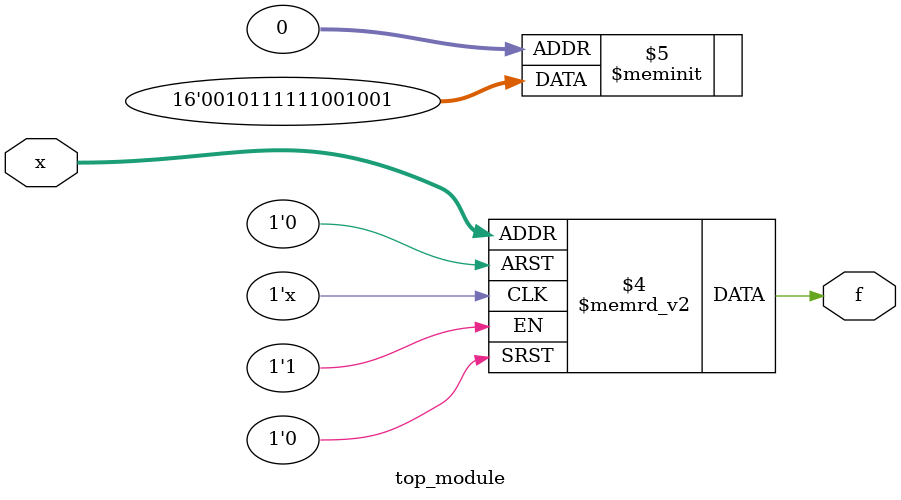
<source format=sv>
module top_module (
    input [4:1] x,
    output logic f
);

always_comb begin
    case ({x[4], x[3], x[2], x[1]})
        4'b0000: f = 1'b1; // don't care, so assign 1
        4'b0001: f = 1'b0;
        4'b0011: f = 1'b1;
        4'b0010: f = 1'b0; // don't care, so assign 0
        4'b0100: f = 1'b0;
        4'b0101: f = 1'b0; // don't care, so assign 0
        4'b0111: f = 1'b1;
        4'b0110: f = 1'b1;
        4'b1000: f = 1'b1;
        4'b1001: f = 1'b1;
        4'b1011: f = 1'b1; // don't care, so assign 1
        4'b1010: f = 1'b1; // don't care, so assign 1
        4'b1100: f = 1'b0;
        4'b1101: f = 1'b1;
        4'b1111: f = 1'b0; // don't care, so assign 0
        4'b1110: f = 1'b0; // don't care, so assign 0
    endcase
end

endmodule

</source>
